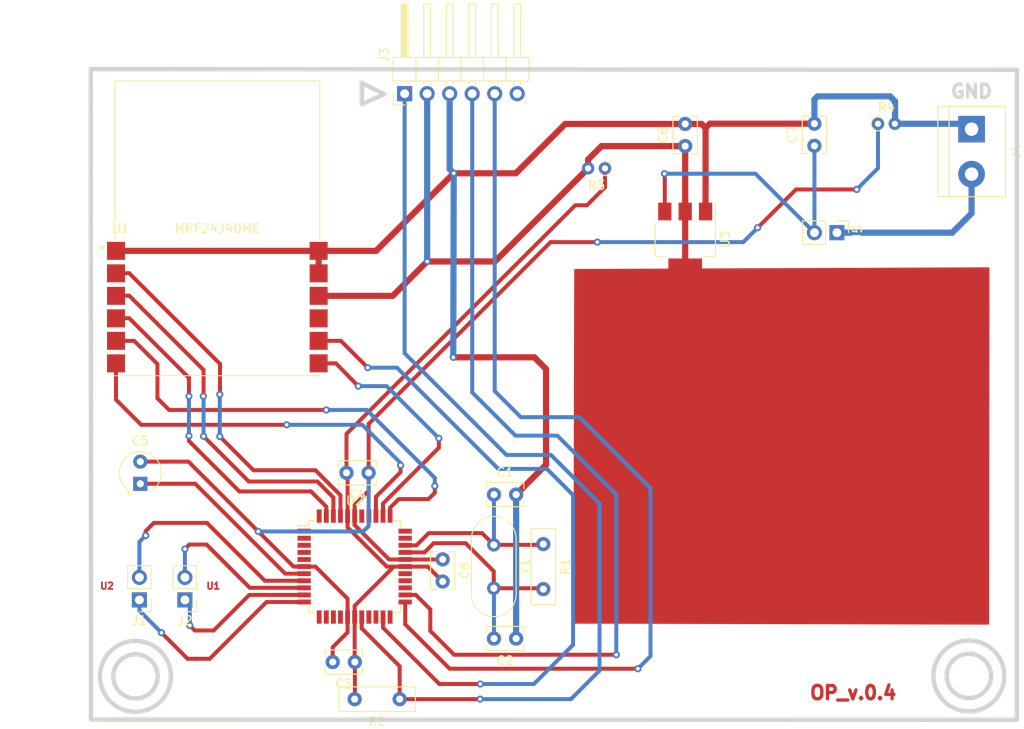
<source format=kicad_pcb>
(kicad_pcb (version 20211014) (generator pcbnew)
  (layers (0 "F.Cu" signal) (31 "B.Cu" signal) (34 "B.Paste" user) (35 "F.Paste" user) (36 "B.SilkS" user "B.Silkscreen") (37 "F.SilkS" user "F.Silkscreen") (38 "B.Mask" user) (39 "F.Mask" user) (44 "Edge.Cuts" user))
  (net 0 "")
  (net 1 "GND")
  (net 2 "Net-(C1-Pad1)")
  (net 3 "Net-(C2-Pad2)")
  (net 4 "Net-(C5-Pad1)")
  (net 5 "Net-(J1-Pad1)")
  (net 6 "Net-(J1-Pad2)")
  (net 7 "Net-(J2-Pad2)")
  (net 8 "Net-(J2-Pad1)")
  (net 9 "Net-(J3-Pad1)")
  (net 10 "Net-(U1-Pad2)")
  (net 11 "Net-(U1-Pad3)")
  (net 12 "Net-(U1-Pad4)")
  (net 13 "Net-(U1-Pad5)")
  (net 14 "Net-(U1-Pad6)")
  (net 15 "Net-(U1-Pad7)")
  (net 16 "Net-(U1-Pad8)")
  (net 17 "Net-(J5-Pad2)")
  (net 29 "Net-(J3-Pad5)")
  (net 30 "Net-(J3-Pad4)")
  (net 39 "V3.3-micro")
  (net 40 "GND-micro")
  (net 41 "+3V3")
  (net 45 "+5V")
  (footprint "Housings_QFP:TQFP-44_10x10mm_Pitch0.8mm" (layer "F.Cu") (at 103.4288 119.888)
    (fp_text reference "U2" (at 0 -7.45) (layer "F.SilkS"))
    (fp_text value "DSPIC33EP128GM604")
    (pad "1" smd rect locked (at -5.7 -4) (size 1.5 0.55) (layers "F.Cu" "F.Paste" "F.Mask"))
    (pad "2" smd rect locked (at -5.7 -3.2) (size 1.5 0.55) (layers "F.Cu" "F.Paste" "F.Mask"))
    (pad "3" smd rect locked (at -5.7 -2.4) (size 1.5 0.55) (layers "F.Cu" "F.Paste" "F.Mask"))
    (pad "4" smd rect locked (at -5.7 -1.6) (size 1.5 0.55) (layers "F.Cu" "F.Paste" "F.Mask"))
    (pad "5" smd rect locked (at -5.7 -0.8) (size 1.5 0.55) (layers "F.Cu" "F.Paste" "F.Mask"))
    (pad "6" smd rect locked (at -5.7 0) (size 1.5 0.55) (layers "F.Cu" "F.Paste" "F.Mask") (net 40 "GND-micro"))
    (pad "7" smd rect locked (at -5.7 0.8) (size 1.5 0.55) (layers "F.Cu" "F.Paste" "F.Mask") (net 4 "Net-(C5-Pad1)"))
    (pad "8" smd rect locked (at -5.7 1.6) (size 1.5 0.55) (layers "F.Cu" "F.Paste" "F.Mask") (net 6 "Net-(J1-Pad2)"))
    (pad "9" smd rect locked (at -5.7 2.4) (size 1.5 0.55) (layers "F.Cu" "F.Paste" "F.Mask") (net 7 "Net-(J2-Pad2)"))
    (pad "10" smd rect locked (at -5.7 3.2) (size 1.5 0.55) (layers "F.Cu" "F.Paste" "F.Mask") (net 8 "Net-(J2-Pad1)"))
    (pad "11" smd rect locked (at -5.7 4) (size 1.5 0.55) (layers "F.Cu" "F.Paste" "F.Mask") (net 5 "Net-(J1-Pad1)"))
    (pad "12" smd rect locked (at -4 5.7 90) (size 1.5 0.55) (layers "F.Cu" "F.Paste" "F.Mask"))
    (pad "13" smd rect locked (at -3.2 5.7 90) (size 1.5 0.55) (layers "F.Cu" "F.Paste" "F.Mask"))
    (pad "14" smd rect locked (at -2.4 5.7 90) (size 1.5 0.55) (layers "F.Cu" "F.Paste" "F.Mask"))
    (pad "15" smd rect locked (at -1.6 5.7 90) (size 1.5 0.55) (layers "F.Cu" "F.Paste" "F.Mask"))
    (pad "16" smd rect locked (at -0.8 5.7 90) (size 1.5 0.55) (layers "F.Cu" "F.Paste" "F.Mask") (net 40 "GND-micro"))
    (pad "17" smd rect locked (at 0 5.7 90) (size 1.5 0.55) (layers "F.Cu" "F.Paste" "F.Mask") (net 39 "V3.3-micro"))
    (pad "18" smd rect locked (at 0.8 5.7 90) (size 1.5 0.55) (layers "F.Cu" "F.Paste" "F.Mask") (net 9 "Net-(J3-Pad1)"))
    (pad "19" smd rect locked (at 1.6 5.7 90) (size 1.5 0.55) (layers "F.Cu" "F.Paste" "F.Mask"))
    (pad "20" smd rect locked (at 2.4 5.7 90) (size 1.5 0.55) (layers "F.Cu" "F.Paste" "F.Mask"))
    (pad "21" smd rect locked (at 3.2 5.7 90) (size 1.5 0.55) (layers "F.Cu" "F.Paste" "F.Mask") (net 16 "Net-(U1-Pad8)"))
    (pad "22" smd rect locked (at 4 5.7 90) (size 1.5 0.55) (layers "F.Cu" "F.Paste" "F.Mask"))
    (pad "23" smd rect locked (at 5.7 4) (size 1.5 0.55) (layers "F.Cu" "F.Paste" "F.Mask") (net 29 "Net-(J3-Pad5)"))
    (pad "24" smd rect locked (at 5.7 3.2) (size 1.5 0.55) (layers "F.Cu" "F.Paste" "F.Mask") (net 30 "Net-(J3-Pad4)"))
    (pad "25" smd rect locked (at 5.7 2.4) (size 1.5 0.55) (layers "F.Cu" "F.Paste" "F.Mask"))
    (pad "26" smd rect locked (at 5.7 1.6) (size 1.5 0.55) (layers "F.Cu" "F.Paste" "F.Mask"))
    (pad "27" smd rect locked (at 5.7 0.8) (size 1.5 0.55) (layers "F.Cu" "F.Paste" "F.Mask"))
    (pad "28" smd rect locked (at 5.7 0) (size 1.5 0.55) (layers "F.Cu" "F.Paste" "F.Mask") (net 39 "V3.3-micro"))
    (pad "29" smd rect locked (at 5.7 -0.8) (size 1.5 0.55) (layers "F.Cu" "F.Paste" "F.Mask") (net 40 "GND-micro"))
    (pad "30" smd rect locked (at 5.7 -1.6) (size 1.5 0.55) (layers "F.Cu" "F.Paste" "F.Mask") (net 3 "Net-(C2-Pad2)"))
    (pad "31" smd rect locked (at 5.7 -2.4) (size 1.5 0.55) (layers "F.Cu" "F.Paste" "F.Mask") (net 2 "Net-(C1-Pad1)"))
    (pad "32" smd rect locked (at 5.7 -3.2) (size 1.5 0.55) (layers "F.Cu" "F.Paste" "F.Mask"))
    (pad "33" smd rect locked (at 5.7 -4) (size 1.5 0.55) (layers "F.Cu" "F.Paste" "F.Mask"))
    (pad "34" smd rect locked (at 4 -5.7 90) (size 1.5 0.55) (layers "F.Cu" "F.Paste" "F.Mask") (net 13 "Net-(U1-Pad5)"))
    (pad "35" smd rect locked (at 3.2 -5.7 90) (size 1.5 0.55) (layers "F.Cu" "F.Paste" "F.Mask") (net 15 "Net-(U1-Pad7)"))
    (pad "36" smd rect locked (at 2.4 -5.7 90) (size 1.5 0.55) (layers "F.Cu" "F.Paste" "F.Mask") (net 14 "Net-(U1-Pad6)"))
    (pad "37" smd rect locked (at 1.6 -5.7 90) (size 1.5 0.55) (layers "F.Cu" "F.Paste" "F.Mask"))
    (pad "38" smd rect locked (at 0.8 -5.7 90) (size 1.5 0.55) (layers "F.Cu" "F.Paste" "F.Mask"))
    (pad "39" smd rect locked (at 0 -5.7 90) (size 1.5 0.55) (layers "F.Cu" "F.Paste" "F.Mask") (net 40 "GND-micro"))
    (pad "40" smd rect locked (at -0.8 -5.7 90) (size 1.5 0.55) (layers "F.Cu" "F.Paste" "F.Mask") (net 39 "V3.3-micro"))
    (pad "41" smd rect locked (at -1.6 -5.7 90) (size 1.5 0.55) (layers "F.Cu" "F.Paste" "F.Mask") (net 10 "Net-(U1-Pad2)"))
    (pad "42" smd rect locked (at -2.4 -5.7 90) (size 1.5 0.55) (layers "F.Cu" "F.Paste" "F.Mask") (net 11 "Net-(U1-Pad3)"))
    (pad "43" smd rect locked (at -3.2 -5.7 90) (size 1.5 0.55) (layers "F.Cu" "F.Paste" "F.Mask") (net 12 "Net-(U1-Pad4)"))
    (pad "44" smd rect locked (at -4 -5.7 90) (size 1.5 0.55) (layers "F.Cu" "F.Paste" "F.Mask"))
  )
  (footprint "Capacitor_THT:C_Rect_L4.0mm_W2.5mm_P2.50mm" (layer "F.Cu") (at 119.144264 111.759882)
    (fp_text reference "C1" (at 1.25 -2.5) (layer "F.SilkS"))
    (fp_text value "22pF")
    (pad "1" thru_hole circle locked (at 0 0) (size 1.6 1.6) (drill 0.8) (layers *.Cu *.Mask) (net 2 "Net-(C1-Pad1)"))
    (pad "2" thru_hole circle locked (at 2.5 0) (size 1.6 1.6) (drill 0.8) (layers *.Cu *.Mask) (net 1 "GND"))
  )
  (footprint "Capacitor_THT:C_Rect_L4.0mm_W2.5mm_P2.50mm" (layer "F.Cu") (at 121.644264 128.015882 180)
    (fp_text reference "C2" (at 1.25 -2.5) (layer "F.SilkS"))
    (fp_text value "22pF")
    (pad "1" thru_hole circle locked (at 0 0 180) (size 1.6 1.6) (drill 0.8) (layers *.Cu *.Mask) (net 1 "GND"))
    (pad "2" thru_hole circle locked (at 2.5 0 180) (size 1.6 1.6) (drill 0.8) (layers *.Cu *.Mask) (net 3 "Net-(C2-Pad2)"))
  )
  (footprint "Capacitor_THT:C_Rect_L4.0mm_W2.5mm_P2.50mm" (layer "F.Cu") (at 103.452464 130.662482 180)
    (fp_text reference "C3" (at 1.25 -2.5) (layer "F.SilkS"))
    (fp_text value "0.1uF")
    (pad "1" thru_hole circle locked (at 0 0 180) (size 1.6 1.6) (drill 0.8) (layers *.Cu *.Mask) (net 39 "V3.3-micro"))
    (pad "2" thru_hole circle locked (at 2.5 0 180) (size 1.6 1.6) (drill 0.8) (layers *.Cu *.Mask) (net 40 "GND-micro"))
  )
  (footprint "Capacitor_THT:C_Rect_L4.0mm_W2.5mm_P2.50mm" (layer "F.Cu") (at 105.007264 109.301082 180)
    (fp_text reference "C4" (at 1.25 -2.5) (layer "F.SilkS"))
    (fp_text value "0.1uF")
    (pad "1" thru_hole circle locked (at 0 0 180) (size 1.6 1.6) (drill 0.8) (layers *.Cu *.Mask) (net 40 "GND-micro"))
    (pad "2" thru_hole circle locked (at 2.5 0 180) (size 1.6 1.6) (drill 0.8) (layers *.Cu *.Mask) (net 39 "V3.3-micro"))
  )
  (footprint "Capacitor_THT:CP_Radial_Tantal_D4.5mm_P2.50mm" (layer "F.Cu") (at 79.248 110.5408 90)
    (fp_text reference "C5" (at 4.826 0 180) (layer "F.SilkS"))
    (fp_text value "10uF")
    (pad "1" thru_hole rect locked (at 0 0 90) (size 1.6 1.6) (drill 0.8) (layers *.Cu *.Mask) (net 4 "Net-(C5-Pad1)"))
    (pad "2" thru_hole circle locked (at 2.5 0 90) (size 1.6 1.6) (drill 0.8) (layers *.Cu *.Mask) (net 40 "GND-micro"))
  )
  (footprint "Capacitor_THT:C_Rect_L4.0mm_W2.5mm_P2.50mm" (layer "F.Cu") (at 140.716 72.4208 90)
    (fp_text reference "C6" (at 1.25 -2.5 90) (layer "F.SilkS"))
    (fp_text value "22uF")
    (pad "1" thru_hole circle locked (at 0 0 90) (size 1.6 1.6) (drill 0.8) (layers *.Cu *.Mask) (net 41 "+3V3"))
    (pad "2" thru_hole circle locked (at 2.5 0 90) (size 1.6 1.6) (drill 0.8) (layers *.Cu *.Mask) (net 1 "GND"))
  )
  (footprint "Capacitor_THT:C_Rect_L4.0mm_W2.5mm_P2.50mm" (layer "F.Cu") (at 113.358464 119.074682 -90)
    (fp_text reference "C8" (at 1.25 -2.5 90) (layer "F.SilkS"))
    (fp_text value "0.1uF")
    (pad "1" thru_hole circle locked (at 0 0 270) (size 1.6 1.6) (drill 0.8) (layers *.Cu *.Mask) (net 40 "GND-micro"))
    (pad "2" thru_hole circle locked (at 2.5 0 270) (size 1.6 1.6) (drill 0.8) (layers *.Cu *.Mask) (net 39 "V3.3-micro"))
  )
  (footprint "Connector_PinHeader_2.54mm:PinHeader_1x06_P2.54mm_Horizontal" (layer "F.Cu") (at 109.0676 66.5034 90)
    (fp_text reference "J3" (at 4.385 -2.27 90) (layer "F.SilkS"))
    (fp_text value "Conn_01x06")
    (pad "1" thru_hole rect (at 0 0 90) (size 1.7 1.7) (drill 1) (layers *.Cu *.Mask) (net 9 "Net-(J3-Pad1)"))
    (pad "2" thru_hole oval (at 0 2.54 90) (size 1.7 1.7) (drill 1) (layers *.Cu *.Mask) (net 41 "+3V3"))
    (pad "3" thru_hole oval (at 0 5.08 90) (size 1.7 1.7) (drill 1) (layers *.Cu *.Mask) (net 1 "GND"))
    (pad "4" thru_hole oval (at 0 7.62 90) (size 1.7 1.7) (drill 1) (layers *.Cu *.Mask) (net 30 "Net-(J3-Pad4)"))
    (pad "5" thru_hole oval (at 0 10.16 90) (size 1.7 1.7) (drill 1) (layers *.Cu *.Mask) (net 29 "Net-(J3-Pad5)"))
    (pad "6" thru_hole oval (at 0 12.7 90) (size 1.7 1.7) (drill 1) (layers *.Cu *.Mask))
  )
  (footprint "TerminalBlock:TerminalBlock_bornier-2_P5.08mm" (layer "F.Cu") (at 173.0248 70.5104 -90)
    (fp_text reference "J4" (at 2.54 -5.08 90) (layer "F.SilkS"))
    (fp_text value "Conn_01x02")
    (pad "1" thru_hole rect locked (at 0 0 270) (size 3 3) (drill 1.52) (layers *.Cu *.Mask) (net 1 "GND"))
    (pad "2" thru_hole circle locked (at 5.08 0 270) (size 3 3) (drill 1.52) (layers *.Cu *.Mask) (net 45 "+5V"))
  )
  (footprint "Resistor_THT:R_Box_L8.4mm_W2.5mm_P5.08mm" (layer "F.Cu") (at 124.712264 117.352882 -90)
    (fp_text reference "R1" (at 2.54 -2.52 90) (layer "F.SilkS"))
    (fp_text value "1M")
    (pad "1" thru_hole circle locked (at 0 0 270) (size 1.6 1.6) (drill 0.8) (layers *.Cu *.Mask) (net 2 "Net-(C1-Pad1)"))
    (pad "2" thru_hole circle locked (at 5.08 0 270) (size 1.6 1.6) (drill 0.8) (layers *.Cu *.Mask) (net 3 "Net-(C2-Pad2)"))
  )
  (footprint "Resistor_THT:R_Box_L8.4mm_W2.5mm_P5.08mm" (layer "F.Cu") (at 108.507064 134.853482 180)
    (fp_text reference "R2" (at 2.54 -2.52) (layer "F.SilkS"))
    (fp_text value "10K")
    (pad "1" thru_hole circle locked (at 0 0 180) (size 1.6 1.6) (drill 0.8) (layers *.Cu *.Mask) (net 9 "Net-(J3-Pad1)"))
    (pad "2" thru_hole circle locked (at 5.08 0 180) (size 1.6 1.6) (drill 0.8) (layers *.Cu *.Mask) (net 39 "V3.3-micro"))
  )
  (footprint "footprints:MRF24J40ME-I&slash_RM" (layer "F.Cu") (at 87.935509 81.706918)
    (fp_text reference "U1" (at -10.898336 -0.020518) (layer "F.SilkS"))
    (fp_text value "MRF24J40ME" (at 0 0) (layer "F.SilkS"))
    (fp_text user "*" (at -12.954 2.54) (layer "F.SilkS"))
    (fp_text user "*" (at -12.954 2.54) (layer "F.SilkS"))
    (pad "1" smd rect locked (at -11.43 2.54) (size 2.032 2.032) (layers "F.Cu" "F.Paste" "F.Mask") (net 1 "GND"))
    (pad "2" smd rect locked (at -11.43 5.08) (size 2.032 2.032) (layers "F.Cu" "F.Paste" "F.Mask") (net 10 "Net-(U1-Pad2)"))
    (pad "3" smd rect locked (at -11.43 7.62) (size 2.032 2.032) (layers "F.Cu" "F.Paste" "F.Mask") (net 11 "Net-(U1-Pad3)"))
    (pad "4" smd rect locked (at -11.43 10.16) (size 2.032 2.032) (layers "F.Cu" "F.Paste" "F.Mask") (net 12 "Net-(U1-Pad4)"))
    (pad "5" smd rect locked (at -11.43 12.7) (size 2.032 2.032) (layers "F.Cu" "F.Paste" "F.Mask") (net 13 "Net-(U1-Pad5)"))
    (pad "6" smd rect locked (at -11.43 15.24) (size 2.032 2.032) (layers "F.Cu" "F.Paste" "F.Mask") (net 14 "Net-(U1-Pad6)"))
    (pad "7" smd rect locked (at 11.43 15.24) (size 2.032 2.032) (layers "F.Cu" "F.Paste" "F.Mask") (net 15 "Net-(U1-Pad7)"))
    (pad "8" smd rect locked (at 11.43 12.7) (size 2.032 2.032) (layers "F.Cu" "F.Paste" "F.Mask") (net 16 "Net-(U1-Pad8)"))
    (pad "9" smd rect locked (at 11.43 10.16) (size 2.032 2.032) (layers "F.Cu" "F.Paste" "F.Mask"))
    (pad "10" smd rect locked (at 11.43 7.62) (size 2.032 2.032) (layers "F.Cu" "F.Paste" "F.Mask") (net 41 "+3V3"))
    (pad "11" smd rect locked (at 11.43 5.08) (size 2.032 2.032) (layers "F.Cu" "F.Paste" "F.Mask") (net 1 "GND"))
    (pad "12" smd rect locked (at 11.43 2.54) (size 2.032 2.032) (layers "F.Cu" "F.Paste" "F.Mask") (net 1 "GND"))
  )
  (footprint "Crystal:Crystal_HC18-U_Vertical" (layer "F.Cu") (at 119.124264 117.437882 -90)
    (fp_text reference "Y1" (at 2.45 -3.525 90) (layer "F.SilkS"))
    (fp_text value "7.3728")
    (pad "1" thru_hole circle locked (at 0 0 270) (size 1.5 1.5) (drill 0.8) (layers *.Cu *.Mask) (net 2 "Net-(C1-Pad1)"))
    (pad "2" thru_hole circle locked (at 4.9 0 270) (size 1.5 1.5) (drill 0.8) (layers *.Cu *.Mask) (net 3 "Net-(C2-Pad2)"))
  )
  (footprint "Connector_PinHeader_2.54mm:PinHeader_1x02_P2.54mm_Vertical" (layer "F.Cu") (at 79.1464 123.6522 180)
    (fp_text reference "J1" (at 0 -2.33) (layer "F.SilkS"))
    (fp_text value "Conn_01x02")
    (pad "1" thru_hole rect locked (at 0 0 180) (size 1.7 1.7) (drill 1) (layers *.Cu *.Mask) (net 5 "Net-(J1-Pad1)"))
    (pad "2" thru_hole oval locked (at 0 2.54 180) (size 1.7 1.7) (drill 1) (layers *.Cu *.Mask) (net 6 "Net-(J1-Pad2)"))
  )
  (footprint "Connector_PinHeader_2.54mm:PinHeader_1x02_P2.54mm_Vertical" (layer "F.Cu") (at 84.2772 123.6522 180)
    (fp_text reference "J2" (at 0 -2.33) (layer "F.SilkS"))
    (fp_text value "Conn_01x02")
    (pad "1" thru_hole rect locked (at 0 0 180) (size 1.7 1.7) (drill 1) (layers *.Cu *.Mask) (net 8 "Net-(J2-Pad1)"))
    (pad "2" thru_hole oval locked (at 0 2.54 180) (size 1.7 1.7) (drill 1) (layers *.Cu *.Mask) (net 7 "Net-(J2-Pad2)"))
  )
  (footprint "Capacitor_THT:C_Rect_L4.0mm_W2.5mm_P2.50mm" (layer "F.Cu") (at 155.2956 72.39 90)
    (fp_text reference "C7" (at 1.25 -2.5 90) (layer "F.SilkS"))
    (fp_text value "10uF")
    (pad "1" thru_hole circle locked (at 0 0 90) (size 1.6 1.6) (drill 0.8) (layers *.Cu *.Mask) (net 17 "Net-(J5-Pad2)"))
    (pad "2" thru_hole circle locked (at 2.5 0 90) (size 1.6 1.6) (drill 0.8) (layers *.Cu *.Mask) (net 1 "GND"))
  )
  (footprint "Resistor_THT:R_Axial_DIN0204_L3.6mm_D1.6mm_P1.90mm_Vertical" (layer "F.Cu") (at 131.6642 74.93 180)
    (fp_text reference "R3" (at 0.95 -1.92) (layer "F.SilkS"))
    (fp_text value "0 ohm")
    (pad "1" thru_hole circle locked (at 0 0 180) (size 1.4 1.4) (drill 0.7) (layers *.Cu *.Mask) (net 39 "V3.3-micro"))
    (pad "2" thru_hole oval locked (at 1.9 0 180) (size 1.4 1.4) (drill 0.7) (layers *.Cu *.Mask) (net 41 "+3V3"))
  )
  (footprint "Resistor_THT:R_Axial_DIN0204_L3.6mm_D1.6mm_P1.90mm_Vertical" (layer "F.Cu") (at 162.4678 69.9008)
    (fp_text reference "R4" (at 0.95 -1.92) (layer "F.SilkS"))
    (fp_text value "0 ohm")
    (pad "1" thru_hole circle locked (at 0 0) (size 1.4 1.4) (drill 0.7) (layers *.Cu *.Mask) (net 40 "GND-micro"))
    (pad "2" thru_hole oval locked (at 1.9 0) (size 1.4 1.4) (drill 0.7) (layers *.Cu *.Mask) (net 1 "GND"))
  )
  (footprint "Package_TO_SOT_SMD:SOT-223-3_TabPin2" (layer "F.Cu") (at 140.716 82.9564 -90)
    (fp_text reference "U3" (at 0 -4.5 90) (layer "F.SilkS"))
    (fp_text value "AP1117")
    (pad "1" smd rect (at -3.15 -2.3 270) (size 2 1.5) (layers "F.Cu" "F.Paste" "F.Mask") (net 1 "GND"))
    (pad "2" smd rect (at -3.15 0 270) (size 2 1.5) (layers "F.Cu" "F.Paste" "F.Mask") (net 41 "+3V3"))
    (pad "2" smd rect (at 3.15 0 270) (size 2 3.8) (layers "F.Cu" "F.Paste" "F.Mask") (net 41 "+3V3"))
    (pad "3" smd rect (at -3.15 2.3 270) (size 2 1.5) (layers "F.Cu" "F.Paste" "F.Mask") (net 17 "Net-(J5-Pad2)"))
  )
  (footprint "Connector_PinHeader_2.54mm:PinHeader_1x02_P2.54mm_Vertical" (layer "F.Cu") (at 157.8356 82.1944 -90)
    (fp_text reference "J5" (at 0 -2.33 90) (layer "F.SilkS"))
    (fp_text value "Conn_01x02")
    (pad "1" thru_hole rect (at 0 0 270) (size 1.7 1.7) (drill 1) (layers *.Cu *.Mask) (net 45 "+5V"))
    (pad "2" thru_hole oval (at 0 2.54 270) (size 1.7 1.7) (drill 1) (layers *.Cu *.Mask) (net 17 "Net-(J5-Pad2)"))
  )
  (gr_line (start 73.6854 137.16) (end 178.1302 137.1854) (layer "Edge.Cuts") (width 0.5))
  (gr_circle (center 172.72 132.2324) (end 176.72 132.2324) (layer "Edge.Cuts") (width 0.5) (fill none))
  (gr_line (start 104.2416 65.278) (end 104.2416 67.691) (layer "Edge.Cuts") (width 0.5))
  (gr_line (start 178.1302 63.8048) (end 73.66 63.7286) (layer "Edge.Cuts") (width 0.5))
  (gr_line (start 104.2416 67.691) (end 106.7816 66.548) (layer "Edge.Cuts") (width 0.5))
  (gr_circle (center 78.7024 132.2832) (end 82.7024 132.2832) (layer "Edge.Cuts") (width 0.5) (fill none))
  (gr_circle (center 172.72 132.2324) (end 175.22 132.2324) (layer "Edge.Cuts") (width 0.5) (fill none))
  (gr_circle (center 78.7024 132.2832) (end 81.2024 132.2832) (layer "Edge.Cuts") (width 0.5) (fill none))
  (gr_line (start 106.7816 66.548) (end 104.2162 65.278) (layer "Edge.Cuts") (width 0.5))
  (gr_line (start 73.66 63.7286) (end 73.6854 137.16) (layer "Edge.Cuts") (width 0.5))
  (gr_line (start 178.1302 137.1854) (end 178.1302 63.8048) (layer "Edge.Cuts") (width 0.5))
  (gr_text "OP_v.0.4" (at 159.6644 134.1374) (layer "F.Cu") (effects (font (size 1.5 1.5) (thickness 0.375))))
  (gr_text "U2" (at 75.4888 122.0724) (layer "F.Cu") (effects (font (size 0.75 0.75) (thickness 0.1875))))
  (gr_text "U1" (at 87.4776 122.0724) (layer "F.Cu") (effects (font (size 0.75 0.75) (thickness 0.1875))))
  (gr_text "GND" (at 173.0248 66.2432) (layer "Edge.Cuts") (effects (font (size 1.5 1.5) (thickness 0.375))))
  (segment (start 127.234 69.9208) (end 127.1832 69.9208) (width 0.7) (layer "F.Cu") (net 1))
  (segment (start 114.554 96.266) (end 123.698 96.266) (width 0.7) (layer "F.Cu") (net 1))
  (segment (start 99.365509 84.246918) (end 105.846682 84.246918) (width 0.7) (layer "F.Cu") (net 1))
  (segment (start 143.016 70.372) (end 142.5648 69.9208) (width 0.7) (layer "F.Cu") (net 1))
  (segment (start 140.716 69.9208) (end 127.234 69.9208) (width 0.7) (layer "F.Cu") (net 1))
  (segment (start 143.016 79.8064) (end 143.016 70.372) (width 0.7) (layer "F.Cu") (net 1))
  (segment (start 125.0188 97.5868) (end 125.0188 108.385346) (width 0.7) (layer "F.Cu") (net 1))
  (segment (start 76.505509 84.246918) (end 99.365509 84.246918) (width 0.7) (layer "F.Cu") (net 1))
  (segment (start 122.2756 74.8284) (end 121.6152 75.4888) (width 0.7) (layer "F.Cu") (net 1))
  (segment (start 125.0188 108.385346) (end 121.644264 111.759882) (width 0.7) (layer "F.Cu") (net 1))
  (segment (start 142.5648 69.9208) (end 140.716 69.9208) (width 0.7) (layer "F.Cu") (net 1))
  (segment (start 127.1832 69.9208) (end 122.2756 74.8284) (width 0.7) (layer "F.Cu") (net 1))
  (segment (start 121.6152 75.4888) (end 114.6048 75.4888) (width 0.7) (layer "F.Cu") (net 1))
  (segment (start 143.498 69.89) (end 155.2956 69.89) (width 0.7) (layer "F.Cu") (net 1))
  (segment (start 99.365509 84.246918) (end 99.365509 86.786918) (width 0.7) (layer "F.Cu") (net 1))
  (segment (start 143.016 70.372) (end 143.498 69.89) (width 0.7) (layer "F.Cu") (net 1))
  (segment (start 105.846682 84.246918) (end 114.6048 75.4888) (width 0.7) (layer "F.Cu") (net 1))
  (segment (start 123.698 96.266) (end 125.0188 97.5868) (width 0.7) (layer "F.Cu") (net 1))
  (via (at 114.554 96.266) (size 0.8) (drill 0.4) (layers "F.Cu" "B.Cu") (net 1))
  (via (at 114.6048 75.4888) (size 0.8) (drill 0.4) (layers "F.Cu" "B.Cu") (net 1))
  (segment (start 121.644264 111.759882) (end 121.644264 128.015882) (width 0.7) (layer "B.Cu") (net 1))
  (segment (start 155.6512 66.802) (end 155.2956 67.1576) (width 0.7) (layer "B.Cu") (net 1))
  (segment (start 164.3678 69.9008) (end 172.4152 69.9008) (width 0.7) (layer "B.Cu") (net 1))
  (segment (start 164.3888 67.3608) (end 163.83 66.802) (width 0.7) (layer "B.Cu") (net 1))
  (segment (start 114.1476 66.5034) (end 114.1476 75.0316) (width 0.7) (layer "B.Cu") (net 1))
  (segment (start 114.1476 75.0316) (end 114.6048 75.4888) (width 0.7) (layer "B.Cu") (net 1))
  (segment (start 163.83 66.802) (end 155.6512 66.802) (width 0.7) (layer "B.Cu") (net 1))
  (segment (start 114.554 96.266) (end 114.5032 96.266) (width 0.7) (layer "B.Cu") (net 1))
  (segment (start 155.2956 67.1576) (end 155.2956 69.89) (width 0.7) (layer "B.Cu") (net 1))
  (segment (start 164.3678 69.9008) (end 164.3678 69.891611) (width 0.7) (layer "B.Cu") (net 1))
  (segment (start 172.4152 69.9008) (end 173.0248 70.5104) (width 0.7) (layer "B.Cu") (net 1))
  (segment (start 164.3678 69.891611) (end 164.3888 69.870611) (width 0.7) (layer "B.Cu") (net 1))
  (segment (start 114.6048 75.4888) (end 114.554 96.266) (width 0.7) (layer "B.Cu") (net 1))
  (segment (start 164.3888 69.870611) (end 164.3888 67.3608) (width 0.7) (layer "B.Cu") (net 1))
  (segment (start 124.627264 117.437882) (end 124.712264 117.352882) (width 0.45) (layer "F.Cu") (net 2))
  (segment (start 111.78254 116.108282) (end 117.794664 116.108282) (width 0.45) (layer "F.Cu") (net 2))
  (segment (start 109.1288 117.488) (end 110.402822 117.488) (width 0.45) (layer "F.Cu") (net 2))
  (segment (start 110.402822 117.488) (end 111.78254 116.108282) (width 0.45) (layer "F.Cu") (net 2))
  (segment (start 117.794664 116.108282) (end 119.124264 117.437882) (width 0.45) (layer "F.Cu") (net 2))
  (segment (start 119.124264 117.437882) (end 124.627264 117.437882) (width 0.45) (layer "F.Cu") (net 2))
  (segment (start 119.144264 111.759882) (end 119.144264 117.417882) (width 0.45) (layer "B.Cu") (net 2))
  (segment (start 119.144264 117.417882) (end 119.124264 117.437882) (width 0.45) (layer "B.Cu") (net 2))
  (segment (start 109.1288 118.288) (end 111.305746 118.288) (width 0.45) (layer "F.Cu") (net 3))
  (segment (start 124.617264 122.337882) (end 124.712264 122.432882) (width 0.45) (layer "F.Cu") (net 3))
  (segment (start 111.305746 118.288) (end 112.342464 117.251282) (width 0.45) (layer "F.Cu") (net 3))
  (segment (start 119.124264 120.426282) (end 119.124264 122.337882) (width 0.45) (layer "F.Cu") (net 3))
  (segment (start 119.124264 122.337882) (end 124.617264 122.337882) (width 0.45) (layer "F.Cu") (net 3))
  (segment (start 115.949264 117.251282) (end 119.124264 120.426282) (width 0.45) (layer "F.Cu") (net 3))
  (segment (start 112.342464 117.251282) (end 115.949264 117.251282) (width 0.45) (layer "F.Cu") (net 3))
  (segment (start 119.144264 122.357882) (end 119.124264 122.337882) (width 0.45) (layer "B.Cu") (net 3))
  (segment (start 119.144264 128.015882) (end 119.144264 122.357882) (width 0.45) (layer "B.Cu") (net 3))
  (segment (start 85.4456 110.5408) (end 79.248 110.5408) (width 0.45) (layer "F.Cu") (net 4))
  (segment (start 97.7288 120.688) (end 95.5928 120.688) (width 0.45) (layer "F.Cu") (net 4))
  (segment (start 95.5928 120.688) (end 85.4456 110.5408) (width 0.45) (layer "F.Cu") (net 4))
  (segment (start 85.5472 130.302) (end 84.582 130.302) (width 0.45) (layer "F.Cu") (net 5))
  (segment (start 97.7288 123.888) (end 97.79 123.888) (width 0.45) (layer "F.Cu") (net 5))
  (segment (start 84.582 130.302) (end 81.6356 127.3556) (width 0.45) (layer "F.Cu") (net 5))
  (segment (start 97.7288 123.888) (end 93.4852 123.888) (width 0.45) (layer "F.Cu") (net 5))
  (segment (start 87.0712 130.302) (end 85.5472 130.302) (width 0.45) (layer "F.Cu") (net 5))
  (segment (start 97.7288 123.888) (end 97.7288 123.889346) (width 0.45) (layer "F.Cu") (net 5))
  (segment (start 93.4852 123.888) (end 87.0712 130.302) (width 0.45) (layer "F.Cu") (net 5))
  (via (at 81.6356 127.3556) (size 0.8) (drill 0.4) (layers "F.Cu" "B.Cu") (net 5))
  (segment (start 79.1464 124.8664) (end 79.1464 123.6522) (width 0.45) (layer "B.Cu") (net 5))
  (segment (start 81.6356 127.3556) (end 79.1464 124.8664) (width 0.45) (layer "B.Cu") (net 5))
  (segment (start 97.7288 121.488) (end 94.564 121.488) (width 0.45) (layer "F.Cu") (net 6))
  (segment (start 79.8576 115.8748) (end 79.8576 116.3828) (width 0.45) (layer "F.Cu") (net 6))
  (segment (start 80.772 114.9604) (end 79.8576 115.8748) (width 0.45) (layer "F.Cu") (net 6))
  (segment (start 86.7664 114.9604) (end 80.772 114.9604) (width 0.45) (layer "F.Cu") (net 6))
  (segment (start 94.564 121.488) (end 93.294 121.488) (width 0.45) (layer "F.Cu") (net 6))
  (segment (start 93.294 121.488) (end 86.7664 114.9604) (width 0.45) (layer "F.Cu") (net 6))
  (via (at 79.8576 116.3828) (size 0.8) (drill 0.4) (layers "F.Cu" "B.Cu") (net 6))
  (segment (start 79.8576 116.3828) (end 79.1464 117.094) (width 0.45) (layer "B.Cu") (net 6))
  (segment (start 79.1464 117.094) (end 79.1464 121.1122) (width 0.45) (layer "B.Cu") (net 6))
  (segment (start 86.7156 117.3988) (end 84.7852 117.3988) (width 0.45) (layer "F.Cu") (net 7))
  (segment (start 97.7288 122.288) (end 91.6048 122.288) (width 0.45) (layer "F.Cu") (net 7))
  (segment (start 91.6048 122.288) (end 86.7156 117.3988) (width 0.45) (layer "F.Cu") (net 7))
  (segment (start 84.7852 117.3988) (end 84.2772 117.9068) (width 0.45) (layer "F.Cu") (net 7))
  (via (at 84.2772 117.9068) (size 0.8) (drill 0.4) (layers "F.Cu" "B.Cu") (net 7))
  (segment (start 84.2772 117.9068) (end 84.2772 121.1122) (width 0.45) (layer "B.Cu") (net 7))
  (segment (start 97.7288 123.088) (end 91.542 123.088) (width 0.45) (layer "F.Cu") (net 8))
  (segment (start 87.5284 127.1016) (end 85.3948 127.1016) (width 0.45) (layer "F.Cu") (net 8))
  (segment (start 85.3948 127.1016) (end 84.836 126.5428) (width 0.45) (layer "F.Cu") (net 8))
  (segment (start 91.542 123.088) (end 87.5284 127.1016) (width 0.45) (layer "F.Cu") (net 8))
  (via (at 84.836 126.5428) (size 0.8) (drill 0.4) (layers "F.Cu" "B.Cu") (net 8))
  (segment (start 84.836 124.211) (end 84.2772 123.6522) (width 0.45) (layer "B.Cu") (net 8))
  (segment (start 84.836 126.5428) (end 84.836 124.211) (width 0.45) (layer "B.Cu") (net 8))
  (segment (start 108.507064 131.140286) (end 108.507064 134.853482) (width 0.45) (layer "F.Cu") (net 9))
  (segment (start 104.2288 126.862022) (end 108.507064 131.140286) (width 0.45) (layer "F.Cu") (net 9))
  (segment (start 104.2288 125.588) (end 104.2288 126.862022) (width 0.45) (layer "F.Cu") (net 9))
  (segment (start 108.507064 134.853482) (end 117.581482 134.853482) (width 0.45) (layer "F.Cu") (net 9))
  (via (at 117.581482 134.853482) (size 0.8) (drill 0.4) (layers "F.Cu" "B.Cu") (net 9))
  (segment (start 109.0676 95.8088) (end 109.0676 66.5034) (width 0.45) (layer "B.Cu") (net 9))
  (segment (start 131.0578 112.7698) (end 125.5776 107.2896) (width 0.45) (layer "B.Cu") (net 9))
  (segment (start 120.5484 107.2896) (end 109.0676 95.8088) (width 0.45) (layer "B.Cu") (net 9))
  (segment (start 127.833318 134.853482) (end 117.581482 134.853482) (width 0.45) (layer "B.Cu") (net 9))
  (segment (start 125.5776 107.2896) (end 120.5484 107.2896) (width 0.45) (layer "B.Cu") (net 9))
  (segment (start 131.0578 131.629) (end 131.0578 112.7698) (width 0.45) (layer "B.Cu") (net 9))
  (segment (start 131.0578 131.629) (end 127.833318 134.853482) (width 0.45) (layer "B.Cu") (net 9))
  (segment (start 101.8288 114.188) (end 101.8288 111.8364) (width 0.45) (layer "F.Cu") (net 10))
  (segment (start 92.0242 109.0168) (end 88.2142 105.2068) (width 0.45) (layer "F.Cu") (net 10))
  (segment (start 88.237864 100.433336) (end 88.2142 100.457) (width 0.45) (layer "F.Cu") (net 10))
  (segment (start 77.9962 86.7664) (end 76.5302 86.7664) (width 0.45) (layer "F.Cu") (net 10))
  (segment (start 88.237864 97.008064) (end 88.237864 100.433336) (width 0.45) (layer "F.Cu") (net 10))
  (segment (start 101.8288 111.8364) (end 99.0092 109.0168) (width 0.45) (layer "F.Cu") (net 10))
  (segment (start 88.237864 97.008064) (end 77.9962 86.7664) (width 0.45) (layer "F.Cu") (net 10))
  (segment (start 99.0092 109.0168) (end 92.0242 109.0168) (width 0.45) (layer "F.Cu") (net 10))
  (via (at 88.2142 100.457) (size 0.8) (drill 0.4) (layers "F.Cu" "B.Cu") (net 10))
  (via (at 88.2142 105.2068) (size 0.8) (drill 0.4) (layers "F.Cu" "B.Cu") (net 10))
  (segment (start 88.2142 100.457) (end 88.2142 105.2068) (width 0.45) (layer "B.Cu") (net 10))
  (segment (start 76.5302 89.3064) (end 77.9962 89.3064) (width 0.45) (layer "F.Cu") (net 11))
  (segment (start 101.0288 112.09706) (end 99.21854 110.2868) (width 0.45) (layer "F.Cu") (net 11))
  (segment (start 86.383664 100.636536) (end 86.36 100.6602) (width 0.45) (layer "F.Cu") (net 11))
  (segment (start 101.0288 114.188) (end 101.0288 112.09706) (width 0.45) (layer "F.Cu") (net 11))
  (segment (start 91.4908 110.2868) (end 86.3854 105.1814) (width 0.45) (layer "F.Cu") (net 11))
  (segment (start 99.21854 110.2868) (end 91.4908 110.2868) (width 0.45) (layer "F.Cu") (net 11))
  (segment (start 86.383664 97.693864) (end 86.383664 100.636536) (width 0.45) (layer "F.Cu") (net 11))
  (segment (start 77.9962 89.3064) (end 86.383664 97.693864) (width 0.45) (layer "F.Cu") (net 11))
  (via (at 86.36 100.6602) (size 0.8) (drill 0.4) (layers "F.Cu" "B.Cu") (net 11))
  (via (at 86.3854 105.1814) (size 0.8) (drill 0.4) (layers "F.Cu" "B.Cu") (net 11))
  (segment (start 86.3854 105.1814) (end 86.3854 100.6856) (width 0.45) (layer "B.Cu") (net 11))
  (segment (start 86.3854 100.6856) (end 86.36 100.6602) (width 0.45) (layer "B.Cu") (net 11))
  (segment (start 84.7344 105.7148) (end 84.7344 105.1306) (width 0.45) (layer "F.Cu") (net 12))
  (segment (start 77.9962 91.8464) (end 76.5302 91.8464) (width 0.45) (layer "F.Cu") (net 12))
  (segment (start 84.6419 98.4921) (end 77.9962 91.8464) (width 0.45) (layer "F.Cu") (net 12))
  (segment (start 84.7344 100.6602) (end 84.7344 98.5846) (width 0.45) (layer "F.Cu") (net 12))
  (segment (start 100.2288 114.188) (end 100.2288 113.132) (width 0.45) (layer "F.Cu") (net 12))
  (segment (start 100.2288 113.132) (end 98.5012 111.4044) (width 0.45) (layer "F.Cu") (net 12))
  (segment (start 90.424 111.4044) (end 84.7344 105.7148) (width 0.45) (layer "F.Cu") (net 12))
  (segment (start 84.7344 98.5846) (end 84.6419 98.4921) (width 0.45) (layer "F.Cu") (net 12))
  (segment (start 98.5012 111.4044) (end 90.424 111.4044) (width 0.45) (layer "F.Cu") (net 12))
  (segment (start 84.758064 98.608264) (end 84.6419 98.4921) (width 0.45) (layer "F.Cu") (net 12))
  (via (at 84.7344 100.6602) (size 0.8) (drill 0.4) (layers "F.Cu" "B.Cu") (net 12))
  (via (at 84.7344 105.1306) (size 0.8) (drill 0.4) (layers "F.Cu" "B.Cu") (net 12))
  (segment (start 84.709 100.6856) (end 84.7344 100.6602) (width 0.45) (layer "B.Cu") (net 12))
  (segment (start 84.7344 100.6602) (end 84.7344 105.1306) (width 0.45) (layer "B.Cu") (net 12))
  (segment (start 112.4204 111.6076) (end 112.4712 111.5568) (width 0.45) (layer "F.Cu") (net 13))
  (segment (start 108.204 112.4712) (end 108.4072 112.268) (width 0.45) (layer "F.Cu") (net 13))
  (segment (start 76.5302 94.3864) (end 77.071222 94.3864) (width 0.45) (layer "F.Cu") (net 13))
  (segment (start 82.4992 102.2096) (end 100.2284 102.2096) (width 0.45) (layer "F.Cu") (net 13))
  (segment (start 108.4072 112.268) (end 111.76 112.268) (width 0.45) (layer "F.Cu") (net 13))
  (segment (start 107.4288 114.188) (end 107.4288 113.2464) (width 0.45) (layer "F.Cu") (net 13))
  (segment (start 81.1784 97.028) (end 81.1784 100.8888) (width 0.45) (layer "F.Cu") (net 13))
  (segment (start 107.4288 113.2464) (end 108.204 112.4712) (width 0.45) (layer "F.Cu") (net 13))
  (segment (start 111.76 112.268) (end 112.4204 111.6076) (width 0.45) (layer "F.Cu") (net 13))
  (segment (start 112.4712 111.5568) (end 112.4712 110.7948) (width 0.45) (layer "F.Cu") (net 13))
  (segment (start 81.1784 100.8888) (end 82.4992 102.2096) (width 0.45) (layer "F.Cu") (net 13))
  (segment (start 78.557318 94.406918) (end 81.1784 97.028) (width 0.45) (layer "F.Cu") (net 13))
  (segment (start 76.505509 94.406918) (end 78.557318 94.406918) (width 0.45) (layer "F.Cu") (net 13))
  (via (at 112.4712 110.7948) (size 0.8) (drill 0.4) (layers "F.Cu" "B.Cu") (net 13))
  (via (at 100.2284 102.2096) (size 0.8) (drill 0.4) (layers "F.Cu" "B.Cu") (net 13))
  (segment (start 112.4712 109.8804) (end 112.4712 110.7948) (width 0.45) (layer "B.Cu") (net 13))
  (segment (start 104.8004 102.2096) (end 112.4712 109.8804) (width 0.45) (layer "B.Cu") (net 13))
  (segment (start 100.2284 102.2096) (end 104.8004 102.2096) (width 0.45) (layer "B.Cu") (net 13))
  (segment (start 76.505509 101.041909) (end 79.3496 103.886) (width 0.45) (layer "F.Cu") (net 14))
  (segment (start 105.8288 112.0016) (end 108.6104 109.22) (width 0.45) (layer "F.Cu") (net 14))
  (segment (start 108.6104 109.22) (end 108.6104 108.458) (width 0.45) (layer "F.Cu") (net 14))
  (segment (start 105.8288 114.188) (end 105.8288 112.0016) (width 0.45) (layer "F.Cu") (net 14))
  (segment (start 79.3496 103.886) (end 95.758 103.886) (width 0.45) (layer "F.Cu") (net 14))
  (segment (start 76.505509 96.946918) (end 76.505509 101.041909) (width 0.45) (layer "F.Cu") (net 14))
  (via (at 108.6104 108.458) (size 0.8) (drill 0.4) (layers "F.Cu" "B.Cu") (net 14))
  (via (at 95.758 103.886) (size 0.8) (drill 0.4) (layers "F.Cu" "B.Cu") (net 14))
  (segment (start 95.758 103.886) (end 104.2924 103.886) (width 0.45) (layer "B.Cu") (net 14))
  (segment (start 107.8484 107.442) (end 108.6104 108.204) (width 0.45) (layer "B.Cu") (net 14))
  (segment (start 108.6104 108.204) (end 108.6104 108.458) (width 0.45) (layer "B.Cu") (net 14))
  (segment (start 104.2924 103.886) (end 107.8484 107.442) (width 0.45) (layer "B.Cu") (net 14))
  (segment (start 112.9284 106.4768) (end 112.9284 105.41) (width 0.45) (layer "F.Cu") (net 15))
  (segment (start 106.6288 112.7764) (end 112.9284 106.4768) (width 0.45) (layer "F.Cu") (net 15))
  (segment (start 101.315718 96.946918) (end 103.8352 99.5172) (width 0.45) (layer "F.Cu") (net 15))
  (segment (start 103.8352 99.5172) (end 103.8352 99.4664) (width 0.45) (layer "F.Cu") (net 15))
  (segment (start 106.6288 114.188) (end 106.6288 112.7764) (width 0.45) (layer "F.Cu") (net 15))
  (segment (start 99.365509 96.946918) (end 101.315718 96.946918) (width 0.45) (layer "F.Cu") (net 15))
  (via (at 112.9284 105.41) (size 0.8) (drill 0.4) (layers "F.Cu" "B.Cu") (net 15))
  (via (at 103.8352 99.5172) (size 0.8) (drill 0.4) (layers "F.Cu" "B.Cu") (net 15))
  (segment (start 103.8352 99.5172) (end 107.0356 99.5172) (width 0.45) (layer "B.Cu") (net 15))
  (segment (start 107.0356 99.5172) (end 112.9284 105.41) (width 0.45) (layer "B.Cu") (net 15))
  (segment (start 112.9368 133.096) (end 112.9876 133.1468) (width 0.45) (layer "F.Cu") (net 16))
  (segment (start 106.6288 125.588) (end 106.6288 126.788) (width 0.45) (layer "F.Cu") (net 16))
  (segment (start 99.3902 94.3864) (end 99.931222 94.3864) (width 0.45) (layer "F.Cu") (net 16))
  (segment (start 112.9876 133.1468) (end 117.602 133.1468) (width 0.45) (layer "F.Cu") (net 16))
  (segment (start 106.6288 126.788) (end 112.9368 133.096) (width 0.45) (layer "F.Cu") (net 16))
  (segment (start 104.6988 97.2312) (end 104.902 97.4344) (width 0.45) (layer "F.Cu") (net 16))
  (segment (start 99.365509 94.406918) (end 101.772918 94.406918) (width 0.45) (layer "F.Cu") (net 16))
  (segment (start 101.772918 94.406918) (end 101.874518 94.406918) (width 0.45) (layer "F.Cu") (net 16))
  (segment (start 101.874518 94.406918) (end 104.6988 97.2312) (width 0.45) (layer "F.Cu") (net 16))
  (via (at 117.602 133.1468) (size 0.8) (drill 0.4) (layers "F.Cu" "B.Cu") (net 16))
  (via (at 104.902 97.4344) (size 0.8) (drill 0.4) (layers "F.Cu" "B.Cu") (net 16))
  (segment (start 128.0668 128.7272) (end 123.6472 133.1468) (width 0.45) (layer "B.Cu") (net 16))
  (segment (start 125.1204 108.8644) (end 128.0668 111.8108) (width 0.45) (layer "B.Cu") (net 16))
  (segment (start 128.0668 111.8108) (end 128.0668 128.7272) (width 0.45) (layer "B.Cu") (net 16))
  (segment (start 104.902 97.4344) (end 108.204 97.4344) (width 0.45) (layer "B.Cu") (net 16))
  (segment (start 108.204 97.4344) (end 119.634 108.8644) (width 0.45) (layer "B.Cu") (net 16))
  (segment (start 119.634 108.8644) (end 125.1204 108.8644) (width 0.45) (layer "B.Cu") (net 16))
  (segment (start 123.6472 133.1468) (end 117.602 133.1468) (width 0.45) (layer "B.Cu") (net 16))
  (segment (start 138.416 79.8064) (end 138.416 75.5764) (width 0.45) (layer "F.Cu") (net 17))
  (segment (start 138.416 75.5764) (end 138.3792 75.5396) (width 0.45) (layer "F.Cu") (net 17))
  (via (at 138.3792 75.5396) (size 0.8) (drill 0.4) (layers "F.Cu" "B.Cu") (net 17))
  (segment (start 138.3792 75.5396) (end 138.43 75.5396) (width 0.25) (layer "B.Cu") (net 17))
  (segment (start 155.2956 72.39) (end 155.2956 82.1944) (width 0.45) (layer "B.Cu") (net 17))
  (segment (start 155.2956 82.1944) (end 148.6408 75.5396) (width 0.45) (layer "B.Cu") (net 17))
  (segment (start 148.6408 75.5396) (end 138.3792 75.5396) (width 0.45) (layer "B.Cu") (net 17))
  (segment (start 132.1308 131.4196) (end 135.382 131.4196) (width 0.45) (layer "F.Cu") (net 29))
  (segment (start 109.1288 123.888) (end 109.504982 123.888) (width 0.45) (layer "F.Cu") (net 29))
  (segment (start 114.1476 131.4196) (end 132.1308 131.4196) (width 0.45) (layer "F.Cu") (net 29))
  (segment (start 109.1288 123.888) (end 109.1288 126.4008) (width 0.45) (layer "F.Cu") (net 29))
  (segment (start 109.1288 126.4008) (end 114.1476 131.4196) (width 0.45) (layer "F.Cu") (net 29))
  (via (at 135.382 131.4196) (size 0.8) (drill 0.4) (layers "F.Cu" "B.Cu") (net 29))
  (segment (start 128.778 103.0224) (end 136.8044 111.0488) (width 0.45) (layer "B.Cu") (net 29))
  (segment (start 122.174 103.0224) (end 128.778 103.0224) (width 0.45) (layer "B.Cu") (net 29))
  (segment (start 136.8044 129.9972) (end 135.382 131.4196) (width 0.45) (layer "B.Cu") (net 29))
  (segment (start 119.2276 66.5034) (end 119.2276 100.076) (width 0.45) (layer "B.Cu") (net 29))
  (segment (start 136.8044 111.0488) (end 136.8044 129.9972) (width 0.45) (layer "B.Cu") (net 29))
  (segment (start 119.2276 100.076) (end 122.174 103.0224) (width 0.45) (layer "B.Cu") (net 29))
  (segment (start 109.1288 123.088) (end 110.3288 123.088) (width 0.45) (layer "F.Cu") (net 30))
  (segment (start 111.9632 126.6952) (end 111.9632 127.1524) (width 0.45) (layer "F.Cu") (net 30))
  (segment (start 111.9632 124.7224) (end 111.9632 126.6952) (width 0.45) (layer "F.Cu") (net 30))
  (segment (start 111.9632 127.1524) (end 114.6556 129.8448) (width 0.45) (layer "F.Cu") (net 30))
  (segment (start 114.6556 129.8448) (end 132.9436 129.8448) (width 0.45) (layer "F.Cu") (net 30))
  (segment (start 110.3288 123.088) (end 111.9632 124.7224) (width 0.45) (layer "F.Cu") (net 30))
  (via (at 132.9436 129.8448) (size 0.8) (drill 0.4) (layers "F.Cu" "B.Cu") (net 30))
  (segment (start 132.9436 111.76) (end 126.2888 105.1052) (width 0.45) (layer "B.Cu") (net 30))
  (segment (start 132.9436 129.8448) (end 132.9436 111.76) (width 0.45) (layer "B.Cu") (net 30))
  (segment (start 126.2888 105.1052) (end 121.5644 105.1052) (width 0.45) (layer "B.Cu") (net 30))
  (segment (start 121.5644 105.1052) (end 116.6876 100.2284) (width 0.45) (layer "B.Cu") (net 30))
  (segment (start 116.6876 100.2284) (end 116.6876 66.5034) (width 0.45) (layer "B.Cu") (net 30))
  (segment (start 103.452464 134.828082) (end 103.427064 134.853482) (width 0.45) (layer "F.Cu") (net 39))
  (segment (start 102.6288 114.188) (end 102.6288 115.462022) (width 0.45) (layer "F.Cu") (net 39))
  (segment (start 107.854778 119.888) (end 103.4288 124.313978) (width 0.45) (layer "F.Cu") (net 39))
  (segment (start 109.1288 119.888) (end 111.671782 119.888) (width 0.45) (layer "F.Cu") (net 39))
  (segment (start 102.507264 109.301082) (end 102.507264 104.909136) (width 0.45) (layer "F.Cu") (net 39))
  (segment (start 102.6288 109.422618) (end 102.6288 114.188) (width 0.45) (layer "F.Cu") (net 39))
  (segment (start 129.6416 79.0956) (end 131.6642 77.073) (width 0.45) (layer "F.Cu") (net 39))
  (segment (start 102.507264 109.301082) (end 102.6288 109.422618) (width 0.45) (layer "F.Cu") (net 39))
  (segment (start 103.4288 124.313978) (end 103.4288 125.588) (width 0.45) (layer "F.Cu") (net 39))
  (segment (start 111.671782 119.888) (end 113.358464 121.574682) (width 0.45) (layer "F.Cu") (net 39))
  (segment (start 131.6642 77.073) (end 131.6642 74.93) (width 0.45) (layer "F.Cu") (net 39))
  (segment (start 103.4288 130.638818) (end 103.4288 125.588) (width 0.45) (layer "F.Cu") (net 39))
  (segment (start 107.054778 119.888) (end 107.854778 119.888) (width 0.45) (layer "F.Cu") (net 39))
  (segment (start 102.6288 115.462022) (end 107.054778 119.888) (width 0.45) (layer "F.Cu") (net 39))
  (segment (start 102.507264 104.909136) (end 128.3208 79.0956) (width 0.45) (layer "F.Cu") (net 39))
  (segment (start 103.452464 130.662482) (end 103.452464 134.828082) (width 0.45) (layer "F.Cu") (net 39))
  (segment (start 103.452464 130.662482) (end 103.4288 130.638818) (width 0.45) (layer "F.Cu") (net 39))
  (segment (start 128.3208 79.0956) (end 129.6416 79.0956) (width 0.45) (layer "F.Cu") (net 39))
  (segment (start 109.1288 119.888) (end 107.854778 119.888) (width 0.45) (layer "F.Cu") (net 39))
  (segment (start 100.952464 128.996882) (end 100.952464 130.662482) (width 0.45) (layer "F.Cu") (net 40))
  (segment (start 102.6288 127.320546) (end 100.952464 128.996882) (width 0.45) (layer "F.Cu") (net 40))
  (segment (start 109.1288 119.088) (end 107.31476 119.088) (width 0.45) (layer "F.Cu") (net 40))
  (segment (start 92.5576 115.9256) (end 84.6816 108.0408) (width 0.45) (layer "F.Cu") (net 40))
  (segment (start 148.8948 81.6356) (end 153.2128 77.3176) (width 0.45) (layer "F.Cu") (net 40))
  (segment (start 103.4288 112.913978) (end 105.007264 111.335514) (width 0.45) (layer "F.Cu") (net 40))
  (segment (start 107.31476 119.088) (end 103.4288 115.20204) (width 0.45) (layer "F.Cu") (net 40))
  (segment (start 113.345146 119.088) (end 113.358464 119.074682) (width 0.45) (layer "F.Cu") (net 40))
  (segment (start 103.4288 114.188) (end 103.4288 112.913978) (width 0.45) (layer "F.Cu") (net 40))
  (segment (start 84.6816 108.0408) (end 79.248 108.0408) (width 0.45) (layer "F.Cu") (net 40))
  (segment (start 105.007264 109.301082) (end 105.007264 103.780736) (width 0.45) (layer "F.Cu") (net 40))
  (segment (start 97.7288 119.888) (end 96.5288 119.888) (width 0.45) (layer "F.Cu") (net 40))
  (segment (start 105.007264 111.335514) (end 105.007264 109.301082) (width 0.45) (layer "F.Cu") (net 40))
  (segment (start 102.6288 125.588) (end 102.6288 127.320546) (width 0.45) (layer "F.Cu") (net 40))
  (segment (start 99.002822 119.888) (end 102.6288 123.513978) (width 0.45) (layer "F.Cu") (net 40))
  (segment (start 102.6288 123.513978) (end 102.6288 125.588) (width 0.45) (layer "F.Cu") (net 40))
  (segment (start 116.7384 92.0496) (end 125.4252 83.3628) (width 0.45) (layer "F.Cu") (net 40))
  (segment (start 103.4288 115.20204) (end 103.4288 114.188) (width 0.45) (layer "F.Cu") (net 40))
  (segment (start 125.4252 83.3628) (end 125.5268 83.2612) (width 0.45) (layer "F.Cu") (net 40))
  (segment (start 96.5288 119.888) (end 92.5576 115.9256) (width 0.45) (layer "F.Cu") (net 40))
  (segment (start 153.2128 77.3176) (end 160.0708 77.3176) (width 0.45) (layer "F.Cu") (net 40))
  (segment (start 125.5268 83.2612) (end 130.81 83.2612) (width 0.45) (layer "F.Cu") (net 40))
  (segment (start 105.007264 103.780736) (end 116.7384 92.0496) (width 0.45) (layer "F.Cu") (net 40))
  (segment (start 97.7288 119.888) (end 99.002822 119.888) (width 0.45) (layer "F.Cu") (net 40))
  (segment (start 109.1288 119.088) (end 113.345146 119.088) (width 0.45) (layer "F.Cu") (net 40))
  (via (at 160.0708 77.3176) (size 0.8) (drill 0.4) (layers "F.Cu" "B.Cu") (net 40))
  (via (at 148.8948 81.6356) (size 0.8) (drill 0.4) (layers "F.Cu" "B.Cu") (net 40))
  (via (at 130.81 83.2612) (size 0.8) (drill 0.4) (layers "F.Cu" "B.Cu") (net 40))
  (via (at 92.5576 115.9256) (size 0.8) (drill 0.4) (layers "F.Cu" "B.Cu") (net 40))
  (segment (start 104.394 115.9256) (end 105.007264 115.312336) (width 0.45) (layer "B.Cu") (net 40))
  (segment (start 105.007264 115.312336) (end 105.007264 109.301082) (width 0.45) (layer "B.Cu") (net 40))
  (segment (start 92.5576 115.9256) (end 104.394 115.9256) (width 0.45) (layer "B.Cu") (net 40))
  (segment (start 160.0708 77.3176) (end 162.4678 74.9206) (width 0.45) (layer "B.Cu") (net 40))
  (segment (start 147.2692 83.2612) (end 148.8948 81.6356) (width 0.45) (layer "B.Cu") (net 40))
  (segment (start 130.81 83.2612) (end 147.2692 83.2612) (width 0.45) (layer "B.Cu") (net 40))
  (segment (start 162.4678 74.9206) (end 162.4678 69.9008) (width 0.45) (layer "B.Cu") (net 40))
  (segment (start 129.7642 73.940051) (end 129.7642 74.93) (width 0.7) (layer "F.Cu") (net 41))
  (segment (start 119.2486 85.4456) (end 111.6076 85.4456) (width 0.7) (layer "F.Cu") (net 41))
  (segment (start 140.716 79.8064) (end 140.716 72.4208) (width 0.7) (layer "F.Cu") (net 41))
  (segment (start 129.7642 74.93) (end 119.2486 85.4456) (width 0.7) (layer "F.Cu") (net 41))
  (segment (start 107.726282 89.326918) (end 111.6076 85.4456) (width 0.7) (layer "F.Cu") (net 41))
  (segment (start 140.716 86.1064) (end 140.716 79.8064) (width 0.7) (layer "F.Cu") (net 41))
  (segment (start 99.365509 89.326918) (end 107.726282 89.326918) (width 0.7) (layer "F.Cu") (net 41))
  (segment (start 140.716 72.4208) (end 131.283451 72.4208) (width 0.7) (layer "F.Cu") (net 41))
  (segment (start 131.283451 72.4208) (end 129.7642 73.940051) (width 0.7) (layer "F.Cu") (net 41))
  (via (at 111.6076 85.4456) (size 0.8) (drill 0.4) (layers "F.Cu" "B.Cu") (net 41))
  (segment (start 111.6076 85.4456) (end 111.6076 66.5034) (width 0.7) (layer "B.Cu") (net 41))
  (segment (start 173.0248 75.5904) (end 173.0248 80.01) (width 0.7) (layer "B.Cu") (net 45))
  (segment (start 170.8404 82.1944) (end 157.8356 82.1944) (width 0.7) (layer "B.Cu") (net 45))
  (segment (start 173.0248 80.01) (end 170.8404 82.1944) (width 0.7) (layer "B.Cu") (net 45))
  (zone (net 41) (net_name "+3V3") (layer "F.Cu") (connect_pads yes (clearance 0.508)) (min_thickness 0.254) (fill yes (thermal_gap 0.508) (thermal_bridge_width 0.508))
    (polygon (pts (xy 175.006 126.4412) (xy 128.107919 126.332634) (xy 128.19401 86.291645) (xy 175.043473 86.10381)))
  )
)
</source>
